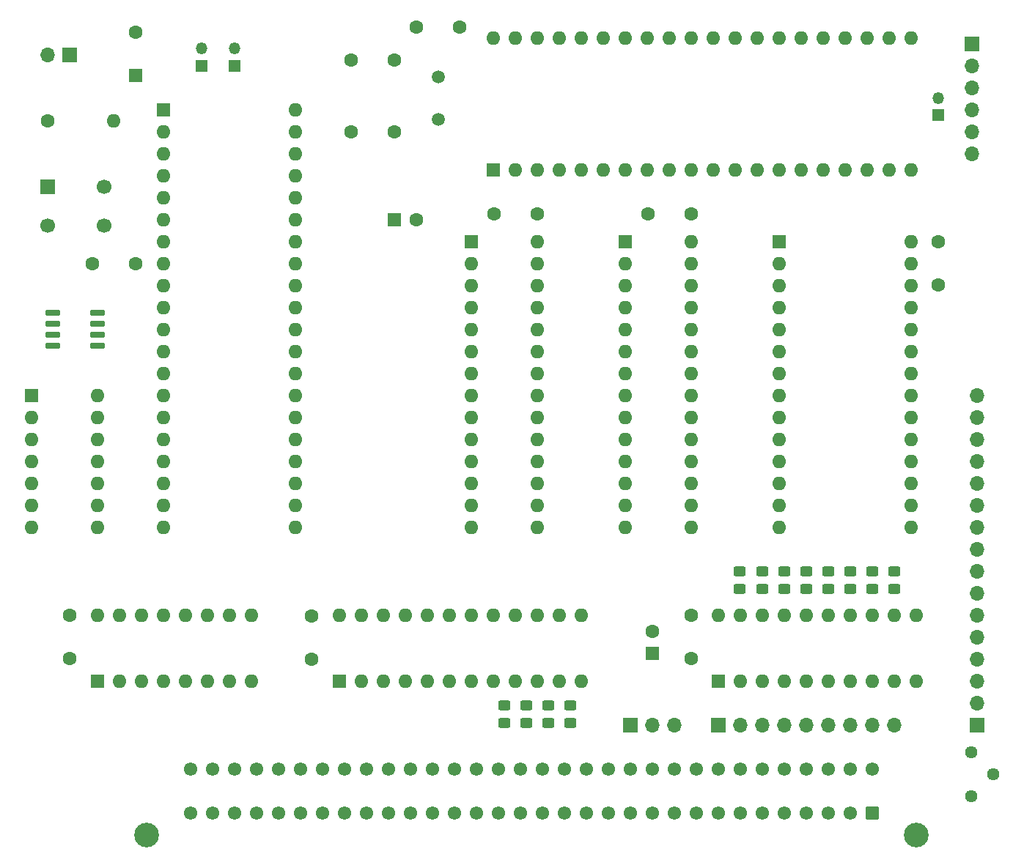
<source format=gbr>
%TF.GenerationSoftware,KiCad,Pcbnew,7.0.11-7.0.11~ubuntu22.04.1*%
%TF.CreationDate,2024-08-26T13:36:22+02:00*%
%TF.ProjectId,pcb01,70636230-312e-46b6-9963-61645f706362,rev?*%
%TF.SameCoordinates,Original*%
%TF.FileFunction,Soldermask,Top*%
%TF.FilePolarity,Negative*%
%FSLAX46Y46*%
G04 Gerber Fmt 4.6, Leading zero omitted, Abs format (unit mm)*
G04 Created by KiCad (PCBNEW 7.0.11-7.0.11~ubuntu22.04.1) date 2024-08-26 13:36:22*
%MOMM*%
%LPD*%
G01*
G04 APERTURE LIST*
G04 Aperture macros list*
%AMRoundRect*
0 Rectangle with rounded corners*
0 $1 Rounding radius*
0 $2 $3 $4 $5 $6 $7 $8 $9 X,Y pos of 4 corners*
0 Add a 4 corners polygon primitive as box body*
4,1,4,$2,$3,$4,$5,$6,$7,$8,$9,$2,$3,0*
0 Add four circle primitives for the rounded corners*
1,1,$1+$1,$2,$3*
1,1,$1+$1,$4,$5*
1,1,$1+$1,$6,$7*
1,1,$1+$1,$8,$9*
0 Add four rect primitives between the rounded corners*
20,1,$1+$1,$2,$3,$4,$5,0*
20,1,$1+$1,$4,$5,$6,$7,0*
20,1,$1+$1,$6,$7,$8,$9,0*
20,1,$1+$1,$8,$9,$2,$3,0*%
G04 Aperture macros list end*
%ADD10C,1.600000*%
%ADD11R,1.350000X1.350000*%
%ADD12O,1.350000X1.350000*%
%ADD13R,1.600000X1.600000*%
%ADD14O,1.600000X1.600000*%
%ADD15R,1.700000X1.700000*%
%ADD16O,1.700000X1.700000*%
%ADD17RoundRect,0.250000X-0.450000X0.325000X-0.450000X-0.325000X0.450000X-0.325000X0.450000X0.325000X0*%
%ADD18C,1.500000*%
%ADD19RoundRect,0.250000X0.450000X-0.325000X0.450000X0.325000X-0.450000X0.325000X-0.450000X-0.325000X0*%
%ADD20C,1.700000*%
%ADD21C,2.850000*%
%ADD22RoundRect,0.249999X0.525001X0.525001X-0.525001X0.525001X-0.525001X-0.525001X0.525001X-0.525001X0*%
%ADD23C,1.550000*%
%ADD24C,1.440000*%
%ADD25RoundRect,0.150000X-0.725000X-0.150000X0.725000X-0.150000X0.725000X0.150000X-0.725000X0.150000X0*%
G04 APERTURE END LIST*
D10*
%TO.C,C2*%
X68580000Y-34290000D03*
X63580000Y-34290000D03*
%TD*%
%TO.C,C5*%
X85090000Y-43815000D03*
X80090000Y-43815000D03*
%TD*%
%TO.C,C4*%
X38695000Y-49530000D03*
X33695000Y-49530000D03*
%TD*%
D11*
%TO.C,J7*%
X46355000Y-26670000D03*
D12*
X46355000Y-24670000D03*
%TD*%
D13*
%TO.C,U2*%
X77465000Y-46990000D03*
D14*
X77465000Y-49530000D03*
X77465000Y-52070000D03*
X77465000Y-54610000D03*
X77465000Y-57150000D03*
X77465000Y-59690000D03*
X77465000Y-62230000D03*
X77465000Y-64770000D03*
X77465000Y-67310000D03*
X77465000Y-69850000D03*
X77465000Y-72390000D03*
X77465000Y-74930000D03*
X77465000Y-77470000D03*
X77465000Y-80010000D03*
X85085000Y-80010000D03*
X85085000Y-77470000D03*
X85085000Y-74930000D03*
X85085000Y-72390000D03*
X85085000Y-69850000D03*
X85085000Y-67310000D03*
X85085000Y-64770000D03*
X85085000Y-62230000D03*
X85085000Y-59690000D03*
X85085000Y-57150000D03*
X85085000Y-54610000D03*
X85085000Y-52070000D03*
X85085000Y-49530000D03*
X85085000Y-46990000D03*
%TD*%
D15*
%TO.C,J11*%
X106045000Y-102870000D03*
D16*
X108585000Y-102870000D03*
X111125000Y-102870000D03*
X113665000Y-102870000D03*
X116205000Y-102870000D03*
X118745000Y-102870000D03*
X121285000Y-102870000D03*
X123825000Y-102870000D03*
X126365000Y-102870000D03*
%TD*%
D10*
%TO.C,C1*%
X68580000Y-26035000D03*
X63580000Y-26035000D03*
%TD*%
D17*
%TO.C,D1*%
X116205000Y-85090000D03*
X116205000Y-87140000D03*
%TD*%
D15*
%TO.C,J5*%
X135280000Y-24155000D03*
D16*
X135280000Y-26695000D03*
X135280000Y-29235000D03*
X135280000Y-31775000D03*
X135280000Y-34315000D03*
X135280000Y-36855000D03*
%TD*%
D17*
%TO.C,D2*%
X113665000Y-85090000D03*
X113665000Y-87140000D03*
%TD*%
D11*
%TO.C,J8*%
X50165000Y-26670000D03*
D12*
X50165000Y-24670000D03*
%TD*%
D13*
%TO.C,X1*%
X26670000Y-64770000D03*
D14*
X26670000Y-67310000D03*
X26670000Y-69850000D03*
X26670000Y-72390000D03*
X26670000Y-74930000D03*
X26670000Y-77470000D03*
X26670000Y-80010000D03*
X34290000Y-80010000D03*
X34290000Y-77470000D03*
X34290000Y-74930000D03*
X34290000Y-72390000D03*
X34290000Y-69850000D03*
X34290000Y-67310000D03*
X34290000Y-64770000D03*
%TD*%
D11*
%TO.C,J6*%
X131445000Y-32385000D03*
D12*
X131445000Y-30385000D03*
%TD*%
D17*
%TO.C,D7*%
X121285000Y-85090000D03*
X121285000Y-87140000D03*
%TD*%
D15*
%TO.C,J10*%
X31115000Y-25400000D03*
D16*
X28575000Y-25400000D03*
%TD*%
D18*
%TO.C,Y1*%
X73660000Y-32820000D03*
X73660000Y-27940000D03*
%TD*%
D13*
%TO.C,U3*%
X113025000Y-46990000D03*
D14*
X113025000Y-49530000D03*
X113025000Y-52070000D03*
X113025000Y-54610000D03*
X113025000Y-57150000D03*
X113025000Y-59690000D03*
X113025000Y-62230000D03*
X113025000Y-64770000D03*
X113025000Y-67310000D03*
X113025000Y-69850000D03*
X113025000Y-72390000D03*
X113025000Y-74930000D03*
X113025000Y-77470000D03*
X113025000Y-80010000D03*
X128265000Y-80010000D03*
X128265000Y-77470000D03*
X128265000Y-74930000D03*
X128265000Y-72390000D03*
X128265000Y-69850000D03*
X128265000Y-67310000D03*
X128265000Y-64770000D03*
X128265000Y-62230000D03*
X128265000Y-59690000D03*
X128265000Y-57150000D03*
X128265000Y-54610000D03*
X128265000Y-52070000D03*
X128265000Y-49530000D03*
X128265000Y-46990000D03*
%TD*%
D13*
%TO.C,U5*%
X34290000Y-97790000D03*
D14*
X36830000Y-97790000D03*
X39370000Y-97790000D03*
X41910000Y-97790000D03*
X44450000Y-97790000D03*
X46990000Y-97790000D03*
X49530000Y-97790000D03*
X52070000Y-97790000D03*
X52070000Y-90170000D03*
X49530000Y-90170000D03*
X46990000Y-90170000D03*
X44450000Y-90170000D03*
X41910000Y-90170000D03*
X39370000Y-90170000D03*
X36830000Y-90170000D03*
X34290000Y-90170000D03*
%TD*%
D10*
%TO.C,C9*%
X59055000Y-90250000D03*
X59055000Y-95250000D03*
%TD*%
D13*
%TO.C,U7*%
X95245000Y-46990000D03*
D14*
X95245000Y-49530000D03*
X95245000Y-52070000D03*
X95245000Y-54610000D03*
X95245000Y-57150000D03*
X95245000Y-59690000D03*
X95245000Y-62230000D03*
X95245000Y-64770000D03*
X95245000Y-67310000D03*
X95245000Y-69850000D03*
X95245000Y-72390000D03*
X95245000Y-74930000D03*
X95245000Y-77470000D03*
X95245000Y-80010000D03*
X102865000Y-80010000D03*
X102865000Y-77470000D03*
X102865000Y-74930000D03*
X102865000Y-72390000D03*
X102865000Y-69850000D03*
X102865000Y-67310000D03*
X102865000Y-64770000D03*
X102865000Y-62230000D03*
X102865000Y-59690000D03*
X102865000Y-57150000D03*
X102865000Y-54610000D03*
X102865000Y-52070000D03*
X102865000Y-49530000D03*
X102865000Y-46990000D03*
%TD*%
D15*
%TO.C,J4*%
X135890000Y-102870000D03*
D16*
X135890000Y-100330000D03*
X135890000Y-97790000D03*
X135890000Y-95250000D03*
X135890000Y-92710000D03*
X135890000Y-90170000D03*
X135890000Y-87630000D03*
X135890000Y-85090000D03*
X135890000Y-82550000D03*
X135890000Y-80010000D03*
X135890000Y-77470000D03*
X135890000Y-74930000D03*
X135890000Y-72390000D03*
X135890000Y-69850000D03*
X135890000Y-67310000D03*
X135890000Y-64770000D03*
%TD*%
D10*
%TO.C,C7*%
X131445000Y-46990000D03*
X131445000Y-51990000D03*
%TD*%
%TO.C,C6*%
X102870000Y-43815000D03*
X97870000Y-43815000D03*
%TD*%
D19*
%TO.C,D11*%
X83820000Y-102625000D03*
X83820000Y-100575000D03*
%TD*%
D17*
%TO.C,D8*%
X118745000Y-85090000D03*
X118745000Y-87140000D03*
%TD*%
D13*
%TO.C,U6*%
X106045000Y-97790000D03*
D14*
X108585000Y-97790000D03*
X111125000Y-97790000D03*
X113665000Y-97790000D03*
X116205000Y-97790000D03*
X118745000Y-97790000D03*
X121285000Y-97790000D03*
X123825000Y-97790000D03*
X126365000Y-97790000D03*
X128905000Y-97790000D03*
X128905000Y-90170000D03*
X126365000Y-90170000D03*
X123825000Y-90170000D03*
X121285000Y-90170000D03*
X118745000Y-90170000D03*
X116205000Y-90170000D03*
X113665000Y-90170000D03*
X111125000Y-90170000D03*
X108585000Y-90170000D03*
X106045000Y-90170000D03*
%TD*%
D15*
%TO.C,J9*%
X95885000Y-102870000D03*
D16*
X98425000Y-102870000D03*
X100965000Y-102870000D03*
%TD*%
D15*
%TO.C,SW1*%
X28575000Y-40640000D03*
D20*
X35075000Y-40640000D03*
X28575000Y-45140000D03*
X35075000Y-45140000D03*
%TD*%
D17*
%TO.C,D4*%
X108500000Y-85090000D03*
X108500000Y-87140000D03*
%TD*%
D10*
%TO.C,C3*%
X76160000Y-22225000D03*
X71160000Y-22225000D03*
%TD*%
D13*
%TO.C,U8*%
X80010000Y-38735000D03*
D14*
X82550000Y-38735000D03*
X85090000Y-38735000D03*
X87630000Y-38735000D03*
X90170000Y-38735000D03*
X92710000Y-38735000D03*
X95250000Y-38735000D03*
X97790000Y-38735000D03*
X100330000Y-38735000D03*
X102870000Y-38735000D03*
X105410000Y-38735000D03*
X107950000Y-38735000D03*
X110490000Y-38735000D03*
X113030000Y-38735000D03*
X115570000Y-38735000D03*
X118110000Y-38735000D03*
X120650000Y-38735000D03*
X123190000Y-38735000D03*
X125730000Y-38735000D03*
X128270000Y-38735000D03*
X128270000Y-23495000D03*
X125730000Y-23495000D03*
X123190000Y-23495000D03*
X120650000Y-23495000D03*
X118110000Y-23495000D03*
X115570000Y-23495000D03*
X113030000Y-23495000D03*
X110490000Y-23495000D03*
X107950000Y-23495000D03*
X105410000Y-23495000D03*
X102870000Y-23495000D03*
X100330000Y-23495000D03*
X97790000Y-23495000D03*
X95250000Y-23495000D03*
X92710000Y-23495000D03*
X90170000Y-23495000D03*
X87630000Y-23495000D03*
X85090000Y-23495000D03*
X82550000Y-23495000D03*
X80010000Y-23495000D03*
%TD*%
D13*
%TO.C,U1*%
X41910000Y-31750000D03*
D14*
X41910000Y-34290000D03*
X41910000Y-36830000D03*
X41910000Y-39370000D03*
X41910000Y-41910000D03*
X41910000Y-44450000D03*
X41910000Y-46990000D03*
X41910000Y-49530000D03*
X41910000Y-52070000D03*
X41910000Y-54610000D03*
X41910000Y-57150000D03*
X41910000Y-59690000D03*
X41910000Y-62230000D03*
X41910000Y-64770000D03*
X41910000Y-67310000D03*
X41910000Y-69850000D03*
X41910000Y-72390000D03*
X41910000Y-74930000D03*
X41910000Y-77470000D03*
X41910000Y-80010000D03*
X57150000Y-80010000D03*
X57150000Y-77470000D03*
X57150000Y-74930000D03*
X57150000Y-72390000D03*
X57150000Y-69850000D03*
X57150000Y-67310000D03*
X57150000Y-64770000D03*
X57150000Y-62230000D03*
X57150000Y-59690000D03*
X57150000Y-57150000D03*
X57150000Y-54610000D03*
X57150000Y-52070000D03*
X57150000Y-49530000D03*
X57150000Y-46990000D03*
X57150000Y-44450000D03*
X57150000Y-41910000D03*
X57150000Y-39370000D03*
X57150000Y-36830000D03*
X57150000Y-34290000D03*
X57150000Y-31750000D03*
%TD*%
D17*
%TO.C,D3*%
X111125000Y-85090000D03*
X111125000Y-87140000D03*
%TD*%
D13*
%TO.C,C11*%
X38735000Y-27802651D03*
D10*
X38735000Y-22802651D03*
%TD*%
D13*
%TO.C,U4*%
X62232500Y-97790000D03*
D14*
X64772500Y-97790000D03*
X67312500Y-97790000D03*
X69852500Y-97790000D03*
X72392500Y-97790000D03*
X74932500Y-97790000D03*
X77472500Y-97790000D03*
X80012500Y-97790000D03*
X82552500Y-97790000D03*
X85092500Y-97790000D03*
X87632500Y-97790000D03*
X90172500Y-97790000D03*
X90172500Y-90170000D03*
X87632500Y-90170000D03*
X85092500Y-90170000D03*
X82552500Y-90170000D03*
X80012500Y-90170000D03*
X77472500Y-90170000D03*
X74932500Y-90170000D03*
X72392500Y-90170000D03*
X69852500Y-90170000D03*
X67312500Y-90170000D03*
X64772500Y-90170000D03*
X62232500Y-90170000D03*
%TD*%
D19*
%TO.C,D9*%
X88900000Y-102625000D03*
X88900000Y-100575000D03*
%TD*%
D13*
%TO.C,C12*%
X68620000Y-44450000D03*
D10*
X71120000Y-44450000D03*
%TD*%
D13*
%TO.C,C13*%
X98425000Y-94550113D03*
D10*
X98425000Y-92050113D03*
%TD*%
D17*
%TO.C,D6*%
X123825000Y-85090000D03*
X123825000Y-87140000D03*
%TD*%
D19*
%TO.C,D12*%
X81280000Y-102625000D03*
X81280000Y-100575000D03*
%TD*%
D21*
%TO.C,J1*%
X128905000Y-115570000D03*
X40005000Y-115570000D03*
D22*
X123825000Y-113030000D03*
D23*
X121285000Y-113030000D03*
X118745000Y-113030000D03*
X116205000Y-113030000D03*
X113665000Y-113030000D03*
X111125000Y-113030000D03*
X108585000Y-113030000D03*
X106045000Y-113030000D03*
X103505000Y-113030000D03*
X100965000Y-113030000D03*
X98425000Y-113030000D03*
X95885000Y-113030000D03*
X93345000Y-113030000D03*
X90805000Y-113030000D03*
X88265000Y-113030000D03*
X85725000Y-113030000D03*
X83185000Y-113030000D03*
X80645000Y-113030000D03*
X78105000Y-113030000D03*
X75565000Y-113030000D03*
X73025000Y-113030000D03*
X70485000Y-113030000D03*
X67945000Y-113030000D03*
X65405000Y-113030000D03*
X62865000Y-113030000D03*
X60325000Y-113030000D03*
X57785000Y-113030000D03*
X55245000Y-113030000D03*
X52705000Y-113030000D03*
X50165000Y-113030000D03*
X47625000Y-113030000D03*
X45085000Y-113030000D03*
X123825000Y-107950000D03*
X121285000Y-107950000D03*
X118745000Y-107950000D03*
X116205000Y-107950000D03*
X113665000Y-107950000D03*
X111125000Y-107950000D03*
X108585000Y-107950000D03*
X106045000Y-107950000D03*
X103505000Y-107950000D03*
X100965000Y-107950000D03*
X98425000Y-107950000D03*
X95885000Y-107950000D03*
X93345000Y-107950000D03*
X90805000Y-107950000D03*
X88265000Y-107950000D03*
X85725000Y-107950000D03*
X83185000Y-107950000D03*
X80645000Y-107950000D03*
X78105000Y-107950000D03*
X75565000Y-107950000D03*
X73025000Y-107950000D03*
X70485000Y-107950000D03*
X67945000Y-107950000D03*
X65405000Y-107950000D03*
X62865000Y-107950000D03*
X60325000Y-107950000D03*
X57785000Y-107950000D03*
X55245000Y-107950000D03*
X52705000Y-107950000D03*
X50165000Y-107950000D03*
X47625000Y-107950000D03*
X45085000Y-107950000D03*
%TD*%
D10*
%TO.C,C10*%
X31115000Y-90210000D03*
X31115000Y-95210000D03*
%TD*%
D24*
%TO.C,RV1*%
X135255000Y-111125000D03*
X137795000Y-108585000D03*
X135255000Y-106045000D03*
%TD*%
D10*
%TO.C,R1*%
X28575000Y-33020000D03*
D14*
X36195000Y-33020000D03*
%TD*%
D17*
%TO.C,D5*%
X126365000Y-85090000D03*
X126365000Y-87140000D03*
%TD*%
D25*
%TO.C,U9*%
X29175000Y-55245000D03*
X29175000Y-56515000D03*
X29175000Y-57785000D03*
X29175000Y-59055000D03*
X34325000Y-59055000D03*
X34325000Y-57785000D03*
X34325000Y-56515000D03*
X34325000Y-55245000D03*
%TD*%
D19*
%TO.C,D10*%
X86360000Y-102625000D03*
X86360000Y-100575000D03*
%TD*%
D10*
%TO.C,C8*%
X102870000Y-90170000D03*
X102870000Y-95170000D03*
%TD*%
M02*

</source>
